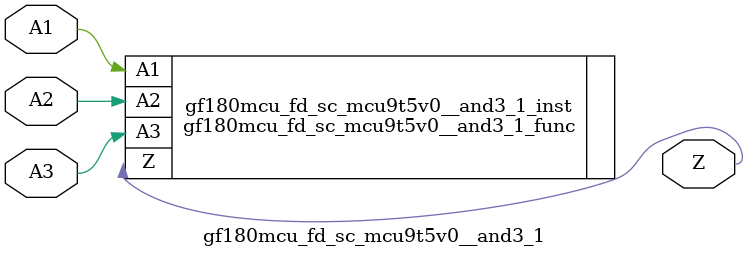
<source format=v>

module gf180mcu_fd_sc_mcu9t5v0__and3_1( A1, A3, A2, Z );
input A1, A2, A3;
output Z;

   `ifdef FUNCTIONAL  //  functional //

	gf180mcu_fd_sc_mcu9t5v0__and3_1_func gf180mcu_fd_sc_mcu9t5v0__and3_1_behav_inst(.A1(A1),.A3(A3),.A2(A2),.Z(Z));

   `else

	gf180mcu_fd_sc_mcu9t5v0__and3_1_func gf180mcu_fd_sc_mcu9t5v0__and3_1_inst(.A1(A1),.A3(A3),.A2(A2),.Z(Z));

	// spec_gates_begin


	// spec_gates_end



   specify

	// specify_block_begin

	// comb arc A1 --> Z
	 (A1 => Z) = (1.0,1.0);

	// comb arc A2 --> Z
	 (A2 => Z) = (1.0,1.0);

	// comb arc A3 --> Z
	 (A3 => Z) = (1.0,1.0);

	// specify_block_end

   endspecify

   `endif

endmodule

</source>
